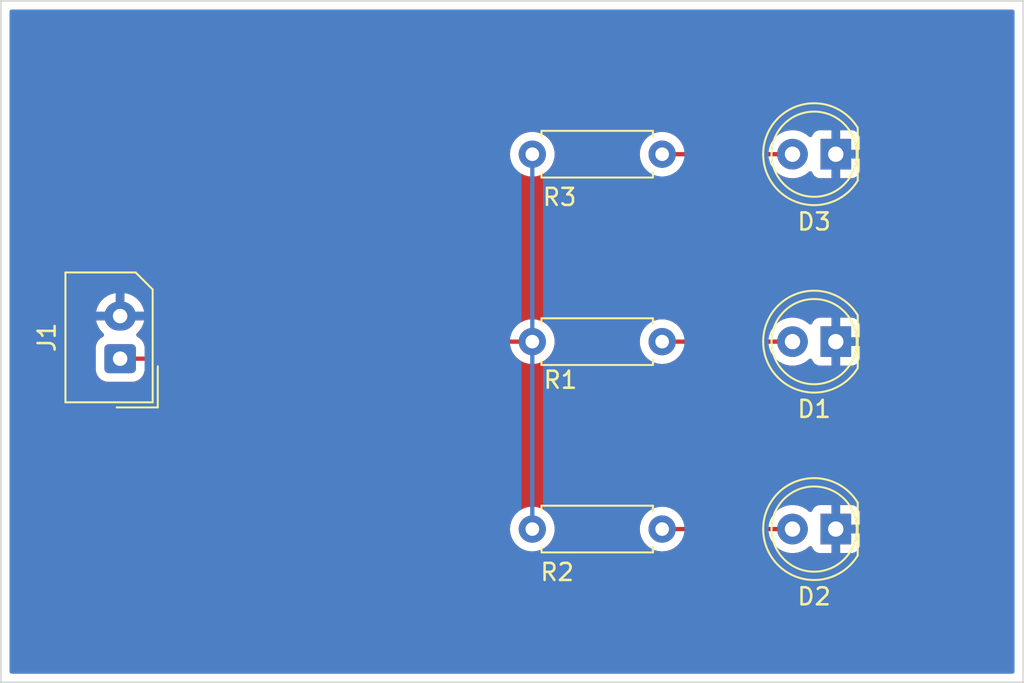
<source format=kicad_pcb>
(kicad_pcb (version 20211014) (generator pcbnew)
  (layers (0 "F.Cu" signal) (31 "B.Cu" signal) (34 "B.Paste" user) (35 "F.Paste" user) (36 "B.SilkS" user "B.Silkscreen") (37 "F.SilkS" user "F.Silkscreen") (38 "B.Mask" user) (39 "F.Mask" user) (44 "Edge.Cuts" user))
  (net 0 "")
  (net 1 "GND")
  (net 2 "Net-(D1-Pad2)")
  (net 3 "Net-(D2-Pad2)")
  (net 4 "Net-(D3-Pad2)")
  (net 5 "+5V")
  (footprint "LED_THT:LED_D5.0mm" (layer "F.Cu") (at 189 47 180)
    (fp_text reference "D3" (at 1.27 -3.96) (layer "F.SilkS"))
    (fp_text value "LED")
    (fp_line (start -1.29 -1.545) (end -1.29 1.545) (layer "F.SilkS") (width 0.12))
    (fp_arc (start 4.26 -0.000462) (mid 2.072002 2.880433) (end -1.29 1.54483) (layer "F.SilkS") (width 0.12))
    (fp_arc (start -1.29 -1.54483) (mid 2.072002 -2.880433) (end 4.26 0.000462) (layer "F.SilkS") (width 0.12))
    (fp_circle (center 1.27 0) (end 3.77 0) (layer "F.SilkS") (width 0.12) (fill none))
    (pad "1" thru_hole rect (at 0 0 180) (size 1.8 1.8) (drill 0.9) (layers *.Cu *.Mask) (net 1 "GND"))
    (pad "2" thru_hole circle (at 2.54 0 180) (size 1.8 1.8) (drill 0.9) (layers *.Cu *.Mask) (net 4 "Net-(D3-Pad2)"))
  )
  (footprint "Resistor_THT:R_Axial_DIN0207_L6.3mm_D2.5mm_P7.62mm_Horizontal" (layer "F.Cu") (at 178.81 47 180)
    (fp_text reference "R3" (at 6.02 -2.52) (layer "F.SilkS"))
    (fp_text value "220")
    (fp_line (start 0.54 -1.37) (end 7.08 -1.37) (layer "F.SilkS") (width 0.12))
    (fp_line (start 7.08 1.37) (end 7.08 1.04) (layer "F.SilkS") (width 0.12))
    (fp_line (start 0.54 1.37) (end 7.08 1.37) (layer "F.SilkS") (width 0.12))
    (fp_line (start 0.54 1.04) (end 0.54 1.37) (layer "F.SilkS") (width 0.12))
    (fp_line (start 0.54 -1.04) (end 0.54 -1.37) (layer "F.SilkS") (width 0.12))
    (fp_line (start 7.08 -1.37) (end 7.08 -1.04) (layer "F.SilkS") (width 0.12))
    (pad "1" thru_hole circle (at 0 0 180) (size 1.6 1.6) (drill 0.8) (layers *.Cu *.Mask) (net 4 "Net-(D3-Pad2)"))
    (pad "2" thru_hole oval (at 7.62 0 180) (size 1.6 1.6) (drill 0.8) (layers *.Cu *.Mask) (net 5 "+5V"))
  )
  (footprint "LED_THT:LED_D5.0mm" (layer "F.Cu") (at 189 69 180)
    (fp_text reference "D2" (at 1.27 -3.96) (layer "F.SilkS"))
    (fp_text value "LED")
    (fp_line (start -1.29 -1.545) (end -1.29 1.545) (layer "F.SilkS") (width 0.12))
    (fp_arc (start -1.29 -1.54483) (mid 2.072002 -2.880433) (end 4.26 0.000462) (layer "F.SilkS") (width 0.12))
    (fp_arc (start 4.26 -0.000462) (mid 2.072002 2.880433) (end -1.29 1.54483) (layer "F.SilkS") (width 0.12))
    (fp_circle (center 1.27 0) (end 3.77 0) (layer "F.SilkS") (width 0.12) (fill none))
    (pad "1" thru_hole rect (at 0 0 180) (size 1.8 1.8) (drill 0.9) (layers *.Cu *.Mask) (net 1 "GND"))
    (pad "2" thru_hole circle (at 2.54 0 180) (size 1.8 1.8) (drill 0.9) (layers *.Cu *.Mask) (net 3 "Net-(D2-Pad2)"))
  )
  (footprint "Connector_Molex:Molex_SPOX_5267-02A_1x02_P2.50mm_Vertical" (layer "F.Cu") (at 147 59 90)
    (fp_text reference "J1" (at 1.25 -4.3 90) (layer "F.SilkS"))
    (fp_text value "BAT")
    (fp_line (start -2.56 1.91) (end 4.06 1.91) (layer "F.SilkS") (width 0.12))
    (fp_line (start 5.06 -3.21) (end -2.56 -3.21) (layer "F.SilkS") (width 0.12))
    (fp_line (start 5.06 0.91) (end 5.06 -3.21) (layer "F.SilkS") (width 0.12))
    (fp_line (start 4.06 1.91) (end 5.06 0.91) (layer "F.SilkS") (width 0.12))
    (fp_line (start -2.56 -3.21) (end -2.56 1.91) (layer "F.SilkS") (width 0.12))
    (fp_line (start -2.86 2.21) (end -0.45 2.21) (layer "F.SilkS") (width 0.12))
    (fp_line (start -2.86 -0.2) (end -2.86 2.21) (layer "F.SilkS") (width 0.12))
    (pad "1" thru_hole roundrect (at 0 0 90) (size 1.7 1.85) (drill 0.85) (layers *.Cu *.Mask) (roundrect_rratio 0.1470588235) (net 5 "+5V"))
    (pad "2" thru_hole oval (at 2.5 0 90) (size 1.7 1.85) (drill 0.85) (layers *.Cu *.Mask) (net 1 "GND"))
  )
  (footprint "Resistor_THT:R_Axial_DIN0207_L6.3mm_D2.5mm_P7.62mm_Horizontal" (layer "F.Cu") (at 178.81 69 180)
    (fp_text reference "R2" (at 6.16 -2.53) (layer "F.SilkS"))
    (fp_text value "220")
    (fp_line (start 0.54 1.04) (end 0.54 1.37) (layer "F.SilkS") (width 0.12))
    (fp_line (start 0.54 -1.04) (end 0.54 -1.37) (layer "F.SilkS") (width 0.12))
    (fp_line (start 7.08 1.37) (end 7.08 1.04) (layer "F.SilkS") (width 0.12))
    (fp_line (start 0.54 -1.37) (end 7.08 -1.37) (layer "F.SilkS") (width 0.12))
    (fp_line (start 7.08 -1.37) (end 7.08 -1.04) (layer "F.SilkS") (width 0.12))
    (fp_line (start 0.54 1.37) (end 7.08 1.37) (layer "F.SilkS") (width 0.12))
    (pad "1" thru_hole circle (at 0 0 180) (size 1.6 1.6) (drill 0.8) (layers *.Cu *.Mask) (net 3 "Net-(D2-Pad2)"))
    (pad "2" thru_hole oval (at 7.62 0 180) (size 1.6 1.6) (drill 0.8) (layers *.Cu *.Mask) (net 5 "+5V"))
  )
  (footprint "Resistor_THT:R_Axial_DIN0207_L6.3mm_D2.5mm_P7.62mm_Horizontal" (layer "F.Cu") (at 171.19 58)
    (fp_text reference "R1" (at 1.65 2.25) (layer "F.SilkS"))
    (fp_text value "220")
    (fp_line (start 0.54 -1.37) (end 7.08 -1.37) (layer "F.SilkS") (width 0.12))
    (fp_line (start 0.54 1.37) (end 7.08 1.37) (layer "F.SilkS") (width 0.12))
    (fp_line (start 7.08 -1.37) (end 7.08 -1.04) (layer "F.SilkS") (width 0.12))
    (fp_line (start 0.54 1.04) (end 0.54 1.37) (layer "F.SilkS") (width 0.12))
    (fp_line (start 7.08 1.37) (end 7.08 1.04) (layer "F.SilkS") (width 0.12))
    (fp_line (start 0.54 -1.04) (end 0.54 -1.37) (layer "F.SilkS") (width 0.12))
    (pad "1" thru_hole circle (at 0 0) (size 1.6 1.6) (drill 0.8) (layers *.Cu *.Mask) (net 5 "+5V"))
    (pad "2" thru_hole oval (at 7.62 0) (size 1.6 1.6) (drill 0.8) (layers *.Cu *.Mask) (net 2 "Net-(D1-Pad2)"))
  )
  (footprint "LED_THT:LED_D5.0mm" (layer "F.Cu") (at 189 58 180)
    (fp_text reference "D1" (at 1.27 -3.96) (layer "F.SilkS"))
    (fp_text value "LED")
    (fp_line (start -1.29 -1.545) (end -1.29 1.545) (layer "F.SilkS") (width 0.12))
    (fp_arc (start -1.29 -1.54483) (mid 2.072002 -2.880433) (end 4.26 0.000462) (layer "F.SilkS") (width 0.12))
    (fp_arc (start 4.26 -0.000462) (mid 2.072002 2.880433) (end -1.29 1.54483) (layer "F.SilkS") (width 0.12))
    (fp_circle (center 1.27 0) (end 3.77 0) (layer "F.SilkS") (width 0.12) (fill none))
    (pad "1" thru_hole rect (at 0 0 180) (size 1.8 1.8) (drill 0.9) (layers *.Cu *.Mask) (net 1 "GND"))
    (pad "2" thru_hole circle (at 2.54 0 180) (size 1.8 1.8) (drill 0.9) (layers *.Cu *.Mask) (net 2 "Net-(D1-Pad2)"))
  )
  (gr_rect (start 140 38) (end 200 78) (layer "Edge.Cuts") (width 0.1) (fill none))
  (segment (start 178.81 58) (end 186.46 58) (width 0.25) (layer "F.Cu") (net 2))
  (segment (start 178.81 69) (end 186.46 69) (width 0.25) (layer "F.Cu") (net 3))
  (segment (start 178.81 47) (end 186.46 47) (width 0.25) (layer "F.Cu") (net 4))
  (segment (start 156 58) (end 171.19 58) (width 0.25) (layer "F.Cu") (net 5))
  (segment (start 155 59) (end 156 58) (width 0.25) (layer "F.Cu") (net 5))
  (segment (start 147 59) (end 155 59) (width 0.25) (layer "F.Cu") (net 5))
  (segment (start 171.19 47) (end 171.19 58) (width 0.25) (layer "B.Cu") (net 5))
  (segment (start 171.19 58) (end 171.19 69) (width 0.25) (layer "B.Cu") (net 5))
  (zone (net 1) (net_name "GND") (layer "F.Cu") (connect_pads (clearance 0.508)) (min_thickness 0.254) (fill yes (thermal_gap 0.508) (thermal_bridge_width 0.508))
    (polygon (pts (xy 193 52) (xy 199 52) (xy 199 77) (xy 163 77) (xy 163 63) (xy 141 63) (xy 141 39) (xy 193 39)))
  )
  (zone (net 1) (net_name "GND") (layer "B.Cu") (connect_pads (clearance 0.508)) (min_thickness 0.254) (fill yes (thermal_gap 0.508) (thermal_bridge_width 0.508))
    (polygon (pts (xy 200 78) (xy 140 78) (xy 140 38) (xy 200 38)))
  )
)
</source>
